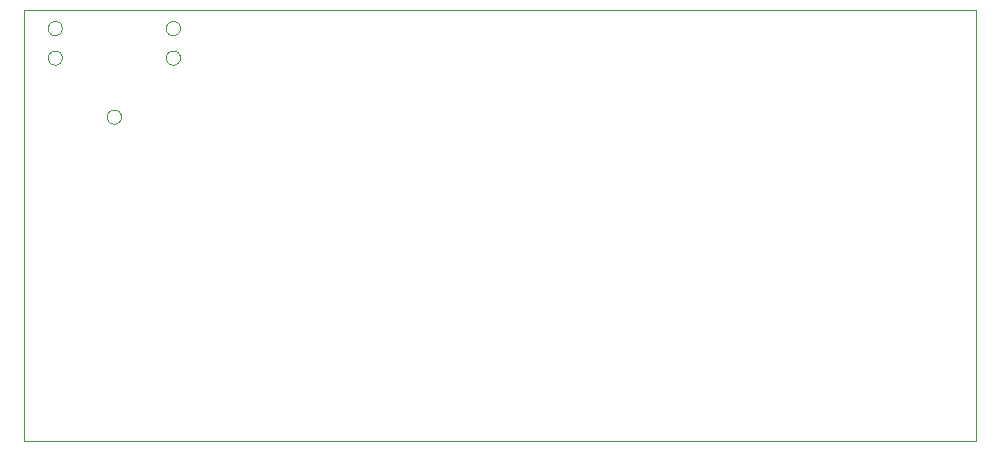
<source format=gtp>
G75*
G70*
%OFA0B0*%
%FSLAX24Y24*%
%IPPOS*%
%LPD*%
%AMOC8*
5,1,8,0,0,1.08239X$1,22.5*
%
%ADD10C,0.0000*%
D10*
X002180Y003130D02*
X002180Y017500D01*
X033922Y017500D01*
X033922Y003130D01*
X002180Y003130D01*
X004944Y013949D02*
X004946Y013979D01*
X004952Y014009D01*
X004961Y014038D01*
X004974Y014065D01*
X004991Y014090D01*
X005010Y014113D01*
X005033Y014134D01*
X005058Y014151D01*
X005084Y014165D01*
X005113Y014175D01*
X005142Y014182D01*
X005172Y014185D01*
X005203Y014184D01*
X005233Y014179D01*
X005262Y014170D01*
X005289Y014158D01*
X005315Y014143D01*
X005339Y014124D01*
X005360Y014102D01*
X005378Y014078D01*
X005393Y014051D01*
X005404Y014023D01*
X005412Y013994D01*
X005416Y013964D01*
X005416Y013934D01*
X005412Y013904D01*
X005404Y013875D01*
X005393Y013847D01*
X005378Y013820D01*
X005360Y013796D01*
X005339Y013774D01*
X005315Y013755D01*
X005289Y013740D01*
X005262Y013728D01*
X005233Y013719D01*
X005203Y013714D01*
X005172Y013713D01*
X005142Y013716D01*
X005113Y013723D01*
X005084Y013733D01*
X005058Y013747D01*
X005033Y013764D01*
X005010Y013785D01*
X004991Y013808D01*
X004974Y013833D01*
X004961Y013860D01*
X004952Y013889D01*
X004946Y013919D01*
X004944Y013949D01*
X002975Y015917D02*
X002977Y015947D01*
X002983Y015977D01*
X002992Y016006D01*
X003005Y016033D01*
X003022Y016058D01*
X003041Y016081D01*
X003064Y016102D01*
X003089Y016119D01*
X003115Y016133D01*
X003144Y016143D01*
X003173Y016150D01*
X003203Y016153D01*
X003234Y016152D01*
X003264Y016147D01*
X003293Y016138D01*
X003320Y016126D01*
X003346Y016111D01*
X003370Y016092D01*
X003391Y016070D01*
X003409Y016046D01*
X003424Y016019D01*
X003435Y015991D01*
X003443Y015962D01*
X003447Y015932D01*
X003447Y015902D01*
X003443Y015872D01*
X003435Y015843D01*
X003424Y015815D01*
X003409Y015788D01*
X003391Y015764D01*
X003370Y015742D01*
X003346Y015723D01*
X003320Y015708D01*
X003293Y015696D01*
X003264Y015687D01*
X003234Y015682D01*
X003203Y015681D01*
X003173Y015684D01*
X003144Y015691D01*
X003115Y015701D01*
X003089Y015715D01*
X003064Y015732D01*
X003041Y015753D01*
X003022Y015776D01*
X003005Y015801D01*
X002992Y015828D01*
X002983Y015857D01*
X002977Y015887D01*
X002975Y015917D01*
X002975Y016902D02*
X002977Y016932D01*
X002983Y016962D01*
X002992Y016991D01*
X003005Y017018D01*
X003022Y017043D01*
X003041Y017066D01*
X003064Y017087D01*
X003089Y017104D01*
X003115Y017118D01*
X003144Y017128D01*
X003173Y017135D01*
X003203Y017138D01*
X003234Y017137D01*
X003264Y017132D01*
X003293Y017123D01*
X003320Y017111D01*
X003346Y017096D01*
X003370Y017077D01*
X003391Y017055D01*
X003409Y017031D01*
X003424Y017004D01*
X003435Y016976D01*
X003443Y016947D01*
X003447Y016917D01*
X003447Y016887D01*
X003443Y016857D01*
X003435Y016828D01*
X003424Y016800D01*
X003409Y016773D01*
X003391Y016749D01*
X003370Y016727D01*
X003346Y016708D01*
X003320Y016693D01*
X003293Y016681D01*
X003264Y016672D01*
X003234Y016667D01*
X003203Y016666D01*
X003173Y016669D01*
X003144Y016676D01*
X003115Y016686D01*
X003089Y016700D01*
X003064Y016717D01*
X003041Y016738D01*
X003022Y016761D01*
X003005Y016786D01*
X002992Y016813D01*
X002983Y016842D01*
X002977Y016872D01*
X002975Y016902D01*
X006913Y016902D02*
X006915Y016932D01*
X006921Y016962D01*
X006930Y016991D01*
X006943Y017018D01*
X006960Y017043D01*
X006979Y017066D01*
X007002Y017087D01*
X007027Y017104D01*
X007053Y017118D01*
X007082Y017128D01*
X007111Y017135D01*
X007141Y017138D01*
X007172Y017137D01*
X007202Y017132D01*
X007231Y017123D01*
X007258Y017111D01*
X007284Y017096D01*
X007308Y017077D01*
X007329Y017055D01*
X007347Y017031D01*
X007362Y017004D01*
X007373Y016976D01*
X007381Y016947D01*
X007385Y016917D01*
X007385Y016887D01*
X007381Y016857D01*
X007373Y016828D01*
X007362Y016800D01*
X007347Y016773D01*
X007329Y016749D01*
X007308Y016727D01*
X007284Y016708D01*
X007258Y016693D01*
X007231Y016681D01*
X007202Y016672D01*
X007172Y016667D01*
X007141Y016666D01*
X007111Y016669D01*
X007082Y016676D01*
X007053Y016686D01*
X007027Y016700D01*
X007002Y016717D01*
X006979Y016738D01*
X006960Y016761D01*
X006943Y016786D01*
X006930Y016813D01*
X006921Y016842D01*
X006915Y016872D01*
X006913Y016902D01*
X006913Y015917D02*
X006915Y015947D01*
X006921Y015977D01*
X006930Y016006D01*
X006943Y016033D01*
X006960Y016058D01*
X006979Y016081D01*
X007002Y016102D01*
X007027Y016119D01*
X007053Y016133D01*
X007082Y016143D01*
X007111Y016150D01*
X007141Y016153D01*
X007172Y016152D01*
X007202Y016147D01*
X007231Y016138D01*
X007258Y016126D01*
X007284Y016111D01*
X007308Y016092D01*
X007329Y016070D01*
X007347Y016046D01*
X007362Y016019D01*
X007373Y015991D01*
X007381Y015962D01*
X007385Y015932D01*
X007385Y015902D01*
X007381Y015872D01*
X007373Y015843D01*
X007362Y015815D01*
X007347Y015788D01*
X007329Y015764D01*
X007308Y015742D01*
X007284Y015723D01*
X007258Y015708D01*
X007231Y015696D01*
X007202Y015687D01*
X007172Y015682D01*
X007141Y015681D01*
X007111Y015684D01*
X007082Y015691D01*
X007053Y015701D01*
X007027Y015715D01*
X007002Y015732D01*
X006979Y015753D01*
X006960Y015776D01*
X006943Y015801D01*
X006930Y015828D01*
X006921Y015857D01*
X006915Y015887D01*
X006913Y015917D01*
M02*

</source>
